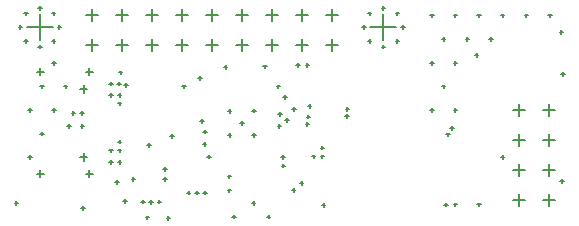
<source format=gbr>
%TF.GenerationSoftware,Altium Limited,Altium Designer,24.10.1 (45)*%
G04 Layer_Color=128*
%FSLAX43Y43*%
%MOMM*%
%TF.SameCoordinates,48EBD58B-F18E-4BA1-B5D1-450367C646F7*%
%TF.FilePolarity,Positive*%
%TF.FileFunction,Drillmap*%
%TF.Part,Single*%
G01*
G75*
%TA.AperFunction,NonConductor*%
%ADD52C,0.127*%
D52*
X6278Y11890D02*
X6927D01*
X6602Y11565D02*
Y12215D01*
X6278Y6110D02*
X6927D01*
X6602Y5785D02*
Y6435D01*
X6802Y13320D02*
X7403D01*
X7102Y13020D02*
Y13620D01*
X2622Y13320D02*
X3223D01*
X2922Y13020D02*
Y13620D01*
X6802Y4680D02*
X7403D01*
X7102Y4380D02*
Y4980D01*
X2622Y4680D02*
X3223D01*
X2922Y4380D02*
Y4980D01*
X22040Y18140D02*
X23040D01*
X22540Y17640D02*
Y18640D01*
X24580Y18140D02*
X25580D01*
X25080Y17640D02*
Y18640D01*
X19500Y18140D02*
X20500D01*
X20000Y17640D02*
Y18640D01*
X27120Y18140D02*
X28120D01*
X27620Y17640D02*
Y18640D01*
X11880Y18140D02*
X12880D01*
X12380Y17640D02*
Y18640D01*
X14420Y18140D02*
X15420D01*
X14920Y17640D02*
Y18640D01*
X9340Y18140D02*
X10340D01*
X9840Y17640D02*
Y18640D01*
X16960Y18140D02*
X17960D01*
X17460Y17640D02*
Y18640D01*
X11880Y15600D02*
X12880D01*
X12380Y15100D02*
Y16100D01*
X27120Y15600D02*
X28120D01*
X27620Y15100D02*
Y16100D01*
X24580Y15600D02*
X25580D01*
X25080Y15100D02*
Y16100D01*
X16960Y15600D02*
X17960D01*
X17460Y15100D02*
Y16100D01*
X14420Y15600D02*
X15420D01*
X14920Y15100D02*
Y16100D01*
X22040Y15600D02*
X23040D01*
X22540Y15100D02*
Y16100D01*
X19500Y15600D02*
X20500D01*
X20000Y15100D02*
Y16100D01*
X9340Y15600D02*
X10340D01*
X9840Y15100D02*
Y16100D01*
X6800Y15600D02*
X7800D01*
X7300Y15100D02*
Y16100D01*
X6800Y18140D02*
X7800D01*
X7300Y17640D02*
Y18640D01*
X45525Y7544D02*
X46525D01*
X46025Y7044D02*
Y8044D01*
X45525Y10084D02*
X46525D01*
X46025Y9584D02*
Y10584D01*
X42985Y10084D02*
X43985D01*
X43485Y9584D02*
Y10584D01*
X45525Y2464D02*
X46525D01*
X46025Y1964D02*
Y2964D01*
X45525Y5004D02*
X46525D01*
X46025Y4504D02*
Y5504D01*
X42985Y5004D02*
X43985D01*
X43485Y4504D02*
Y5504D01*
X42985Y2464D02*
X43985D01*
X43485Y1964D02*
Y2964D01*
X42985Y7544D02*
X43985D01*
X43485Y7044D02*
Y8044D01*
X33017Y18267D02*
X33317D01*
X33167Y18117D02*
Y18417D01*
X33500Y17100D02*
X33800D01*
X33650Y16950D02*
Y17250D01*
X31850Y18750D02*
X32150D01*
X32000Y18600D02*
Y18900D01*
X30683Y18267D02*
X30983D01*
X30833Y18117D02*
Y18417D01*
X33017Y15933D02*
X33317D01*
X33167Y15783D02*
Y16083D01*
X31850Y15450D02*
X32150D01*
X32000Y15300D02*
Y15600D01*
X30900Y17100D02*
X33100D01*
X32000Y16000D02*
Y18200D01*
X30200Y17100D02*
X30500D01*
X30350Y16950D02*
Y17250D01*
X30683Y15933D02*
X30983D01*
X30833Y15783D02*
Y16083D01*
X3917Y18267D02*
X4217D01*
X4067Y18117D02*
Y18417D01*
X4400Y17100D02*
X4700D01*
X4550Y16950D02*
Y17250D01*
X2750Y18750D02*
X3050D01*
X2900Y18600D02*
Y18900D01*
X1583Y18267D02*
X1883D01*
X1733Y18117D02*
Y18417D01*
X3917Y15933D02*
X4217D01*
X4067Y15783D02*
Y16083D01*
X2750Y15450D02*
X3050D01*
X2900Y15300D02*
Y15600D01*
X1800Y17100D02*
X4000D01*
X2900Y16000D02*
Y18200D01*
X1100Y17100D02*
X1400D01*
X1250Y16950D02*
Y17250D01*
X1583Y15933D02*
X1883D01*
X1733Y15783D02*
Y16083D01*
X22944Y12094D02*
X23244D01*
X23094Y11944D02*
Y12244D01*
X14944Y12094D02*
X15244D01*
X15094Y11944D02*
Y12244D01*
X3944Y14094D02*
X4244D01*
X4094Y13944D02*
Y14244D01*
X4944Y12094D02*
X5244D01*
X5094Y11944D02*
Y12244D01*
X3944Y10094D02*
X4244D01*
X4094Y9944D02*
Y10244D01*
X2944Y12094D02*
X3244D01*
X3094Y11944D02*
Y12244D01*
X1944Y10094D02*
X2244D01*
X2094Y9944D02*
Y10244D01*
X2944Y8094D02*
X3244D01*
X3094Y7944D02*
Y8244D01*
X1944Y6094D02*
X2244D01*
X2094Y5944D02*
Y6244D01*
X45944Y18094D02*
X46244D01*
X46094Y17944D02*
Y18244D01*
X46944Y4094D02*
X47244D01*
X47094Y3944D02*
Y4244D01*
X43944Y18094D02*
X44244D01*
X44094Y17944D02*
Y18244D01*
X41944Y18094D02*
X42244D01*
X42094Y17944D02*
Y18244D01*
X41944Y6094D02*
X42244D01*
X42094Y5944D02*
Y6244D01*
X39944Y18094D02*
X40244D01*
X40094Y17944D02*
Y18244D01*
X40944Y16094D02*
X41244D01*
X41094Y15944D02*
Y16244D01*
X39944Y2094D02*
X40244D01*
X40094Y1944D02*
Y2244D01*
X37944Y18094D02*
X38244D01*
X38094Y17944D02*
Y18244D01*
X38944Y16094D02*
X39244D01*
X39094Y15944D02*
Y16244D01*
X37944Y14094D02*
X38244D01*
X38094Y13944D02*
Y14244D01*
X37944Y10094D02*
X38244D01*
X38094Y9944D02*
Y10244D01*
X37944Y2094D02*
X38244D01*
X38094Y1944D02*
Y2244D01*
X35944Y18094D02*
X36244D01*
X36094Y17944D02*
Y18244D01*
X36944Y16094D02*
X37244D01*
X37094Y15944D02*
Y16244D01*
X35944Y14094D02*
X36244D01*
X36094Y13944D02*
Y14244D01*
X36944Y12094D02*
X37244D01*
X37094Y11944D02*
Y12244D01*
X35944Y10094D02*
X36244D01*
X36094Y9944D02*
Y10244D01*
X20876Y7992D02*
X21176D01*
X21026Y7842D02*
Y8142D01*
X18819Y7967D02*
X19119D01*
X18969Y7817D02*
Y8117D01*
X20881Y10033D02*
X21181D01*
X21031Y9883D02*
Y10183D01*
X18824Y10008D02*
X19124D01*
X18974Y9858D02*
Y10158D01*
X19850Y9000D02*
X20150D01*
X20000Y8850D02*
Y9150D01*
X28738Y9591D02*
X29038D01*
X28888Y9441D02*
Y9741D01*
X28791Y10178D02*
X29091D01*
X28941Y10028D02*
Y10328D01*
X25602Y10429D02*
X25902D01*
X25752Y10279D02*
Y10579D01*
X24253Y10171D02*
X24553D01*
X24403Y10021D02*
Y10321D01*
X13637Y941D02*
X13937D01*
X13787Y791D02*
Y1091D01*
X16335Y12802D02*
X16635D01*
X16485Y12652D02*
Y12952D01*
X37645Y8560D02*
X37945D01*
X37795Y8410D02*
Y8710D01*
X37315Y8026D02*
X37615D01*
X37465Y7876D02*
Y8176D01*
X39728Y14757D02*
X40028D01*
X39878Y14607D02*
Y14907D01*
X46916Y16688D02*
X47216D01*
X47066Y16538D02*
Y16838D01*
X47043Y13157D02*
X47343D01*
X47193Y13007D02*
Y13307D01*
X22126Y1067D02*
X22426D01*
X22276Y917D02*
Y1217D01*
X19179Y1067D02*
X19479D01*
X19329Y917D02*
Y1217D01*
X11862Y1008D02*
X12161D01*
X12012Y858D02*
Y1158D01*
X15344Y3099D02*
X15644D01*
X15494Y2949D02*
Y3249D01*
X16717Y3099D02*
X17017D01*
X16867Y2949D02*
Y3249D01*
X16055Y3099D02*
X16355D01*
X16205Y2949D02*
Y3249D01*
X18798Y3277D02*
X19098D01*
X18948Y3127D02*
Y3427D01*
X24912Y3924D02*
X25212D01*
X25062Y3774D02*
Y4074D01*
X23701Y9246D02*
X24001D01*
X23851Y9096D02*
Y9396D01*
X23523Y11176D02*
X23823D01*
X23673Y11026D02*
Y11326D01*
X25494Y9538D02*
X25794D01*
X25644Y9388D02*
Y9688D01*
X25402Y8890D02*
X25702D01*
X25552Y8740D02*
Y9040D01*
X16706Y7219D02*
X17006D01*
X16856Y7069D02*
Y7369D01*
X16725Y8254D02*
X17025D01*
X16875Y8104D02*
Y8404D01*
X16487Y9169D02*
X16787D01*
X16637Y9019D02*
Y9319D01*
X17097Y6147D02*
X17397D01*
X17247Y5997D02*
Y6297D01*
X23345Y6121D02*
X23645D01*
X23495Y5971D02*
Y6271D01*
X23370Y5385D02*
X23670D01*
X23520Y5235D02*
Y5535D01*
X13922Y7874D02*
X14222D01*
X14072Y7724D02*
Y8024D01*
X18478Y13741D02*
X18778D01*
X18628Y13591D02*
Y13891D01*
X25402Y13919D02*
X25702D01*
X25552Y13769D02*
Y14069D01*
X24615Y13919D02*
X24915D01*
X24765Y13769D02*
Y14069D01*
X26672Y6909D02*
X26972D01*
X26822Y6759D02*
Y7059D01*
X26672Y6172D02*
X26972D01*
X26822Y6022D02*
Y6322D01*
X25936Y6172D02*
X26236D01*
X26086Y6022D02*
Y6322D01*
X20856Y2235D02*
X21156D01*
X21006Y2085D02*
Y2385D01*
X26774Y2057D02*
X27074D01*
X26924Y1907D02*
Y2207D01*
X24234Y3327D02*
X24534D01*
X24384Y3177D02*
Y3477D01*
X23091Y9754D02*
X23391D01*
X23241Y9604D02*
Y9904D01*
X23040Y8738D02*
X23340D01*
X23190Y8588D02*
Y8888D01*
X21821Y13792D02*
X22121D01*
X21971Y13642D02*
Y13942D01*
X6333Y9830D02*
X6633D01*
X6483Y9680D02*
Y9980D01*
X6350Y8746D02*
X6650D01*
X6500Y8596D02*
Y8896D01*
X13336Y4232D02*
X13636D01*
X13486Y4082D02*
Y4382D01*
X13363Y5105D02*
X13663D01*
X13513Y4955D02*
Y5255D01*
X18798Y4470D02*
X19098D01*
X18948Y4320D02*
Y4620D01*
X37163Y2083D02*
X37463D01*
X37313Y1933D02*
Y2233D01*
X763Y2234D02*
X1063D01*
X913Y2084D02*
Y2384D01*
X5212Y8740D02*
X5512D01*
X5362Y8590D02*
Y8890D01*
X5604Y9828D02*
X5904D01*
X5754Y9678D02*
Y9978D01*
X12880Y2337D02*
X13180D01*
X13030Y2187D02*
Y2487D01*
X12169Y2311D02*
X12469D01*
X12319Y2161D02*
Y2461D01*
X9596Y13284D02*
X9896D01*
X9746Y13134D02*
Y13434D01*
X10054Y12219D02*
X10354D01*
X10204Y12069D02*
Y12369D01*
X11983Y7147D02*
X12283D01*
X12133Y6997D02*
Y7297D01*
X10675Y4248D02*
X10975D01*
X10825Y4098D02*
Y4398D01*
X9286Y3984D02*
X9586D01*
X9436Y3834D02*
Y4134D01*
X11499Y2342D02*
X11799D01*
X11649Y2192D02*
Y2492D01*
X9965Y2369D02*
X10265D01*
X10115Y2219D02*
Y2519D01*
X6420Y1777D02*
X6720D01*
X6570Y1627D02*
Y1927D01*
X9502Y11355D02*
X9802D01*
X9652Y11205D02*
Y11505D01*
X9502Y10644D02*
X9802D01*
X9652Y10494D02*
Y10794D01*
X8765Y11355D02*
X9065D01*
X8915Y11205D02*
Y11505D01*
X8765Y12319D02*
X9065D01*
X8915Y12169D02*
Y12469D01*
X8765Y6669D02*
X9065D01*
X8915Y6519D02*
Y6819D01*
X9502Y6669D02*
X9802D01*
X9652Y6519D02*
Y6819D01*
X9502Y7406D02*
X9802D01*
X9652Y7256D02*
Y7556D01*
X8765Y5705D02*
X9065D01*
X8915Y5555D02*
Y5855D01*
X9502Y5705D02*
X9802D01*
X9652Y5555D02*
Y5855D01*
X9437Y12322D02*
X9737D01*
X9587Y12172D02*
Y12472D01*
%TF.MD5,93e366ed07ffe14b008a8e3c51827929*%
M02*

</source>
